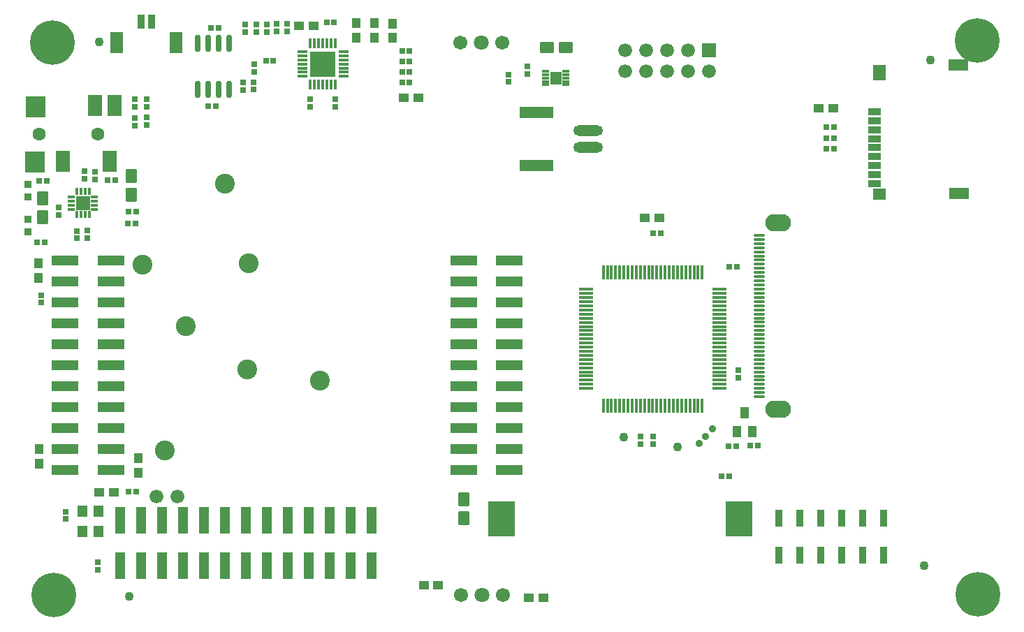
<source format=gts>
G04 Layer: TopSolderMaskLayer*
G04 EasyEDA v6.5.46, 2024-12-31 19:44:04*
G04 ebd9bc5b089479dc4edd2d51ed51331a,1acd7fc2553046b79c71bda98b4923fc,10*
G04 Gerber Generator version 0.2*
G04 Scale: 100 percent, Rotated: No, Reflected: No *
G04 Dimensions in millimeters *
G04 leading zeros omitted , absolute positions ,4 integer and 5 decimal *
%FSLAX45Y45*%
%MOMM*%

%AMMACRO1*4,1,8,-0.4711,-0.6008,-0.5008,-0.5711,-0.5008,0.571,-0.4711,0.6008,0.471,0.6008,0.5008,0.571,0.5008,-0.5711,0.471,-0.6008,-0.4711,-0.6008,0*%
%AMMACRO2*4,1,8,-0.3711,-1.0508,-0.4008,-1.0211,-0.4008,1.021,-0.3711,1.0508,0.371,1.0508,0.4008,1.021,0.4008,-1.0211,0.371,-1.0508,-0.3711,-1.0508,0*%
%AMMACRO3*4,1,8,-0.3636,-0.1508,-0.3933,-0.1211,-0.3933,0.121,-0.3636,0.1508,0.3635,0.1508,0.3933,0.121,0.3933,-0.1211,0.3635,-0.1508,-0.3636,-0.1508,0*%
%AMMACRO4*4,1,8,-0.6711,-0.7508,-0.7008,-0.7211,-0.7008,0.721,-0.6711,0.7508,0.671,0.7508,0.7008,0.721,0.7008,-0.7211,0.671,-0.7508,-0.6711,-0.7508,0*%
%AMMACRO5*4,1,8,-0.8085,-0.8382,-0.8382,-0.8085,-0.8382,0.8084,-0.8085,0.8382,0.8084,0.8382,0.8382,0.8084,0.8382,-0.8085,0.8084,-0.8382,-0.8085,-0.8382,0*%
%AMMACRO6*4,1,8,-1.5211,-1.5508,-1.5508,-1.5211,-1.5508,1.521,-1.5211,1.5508,1.521,1.5508,1.5508,1.521,1.5508,-1.5211,1.521,-1.5508,-1.5211,-1.5508,0*%
%AMMACRO7*4,1,8,-0.5211,-0.1908,-0.5508,-0.161,-0.5508,0.161,-0.5211,0.1908,0.521,0.1908,0.5508,0.161,0.5508,-0.161,0.521,-0.1908,-0.5211,-0.1908,0*%
%AMMACRO8*4,1,8,-0.161,-0.5508,-0.1908,-0.5211,-0.1908,0.521,-0.161,0.5508,0.161,0.5508,0.1908,0.521,0.1908,-0.5211,0.161,-0.5508,-0.161,-0.5508,0*%
%AMMACRO9*4,1,8,-0.3211,-0.3008,-0.3508,-0.2711,-0.3508,0.271,-0.3211,0.3008,0.321,0.3008,0.3508,0.271,0.3508,-0.2711,0.321,-0.3008,-0.3211,-0.3008,0*%
%AMMACRO10*4,1,8,-0.7711,-0.6508,-0.8008,-0.6211,-0.8008,0.621,-0.7711,0.6508,0.771,0.6508,0.8008,0.621,0.8008,-0.6211,0.771,-0.6508,-0.7711,-0.6508,0*%
%AMMACRO11*4,1,8,-0.7711,-0.4008,-0.8008,-0.3711,-0.8008,0.371,-0.7711,0.4008,0.771,0.4008,0.8008,0.371,0.8008,-0.3711,0.771,-0.4008,-0.7711,-0.4008,0*%
%AMMACRO12*4,1,8,-0.7461,-0.9258,-0.7758,-0.8961,-0.7758,0.896,-0.7461,0.9258,0.746,0.9258,0.7758,0.896,0.7758,-0.8961,0.746,-0.9258,-0.7461,-0.9258,0*%
%AMMACRO13*4,1,8,-1.1711,-0.7008,-1.2008,-0.6711,-1.2008,0.671,-1.1711,0.7008,1.171,0.7008,1.2008,0.671,1.2008,-0.6711,1.171,-0.7008,-1.1711,-0.7008,0*%
%AMMACRO14*4,1,8,-1.1711,-0.7008,-1.2008,-0.671,-1.2008,0.671,-1.1711,0.7008,1.171,0.7008,1.2008,0.671,1.2008,-0.671,1.171,-0.7008,-1.1711,-0.7008,0*%
%AMMACRO15*4,1,8,-0.8211,-0.1858,-0.8508,-0.1561,-0.8508,0.156,-0.8211,0.1858,0.821,0.1858,0.8508,0.156,0.8508,-0.1561,0.821,-0.1858,-0.8211,-0.1858,0*%
%AMMACRO16*4,1,8,-0.156,-0.8508,-0.1858,-0.8211,-0.1858,0.821,-0.156,0.8508,0.156,0.8508,0.1858,0.821,0.1858,-0.8211,0.156,-0.8508,-0.156,-0.8508,0*%
%AMMACRO17*4,1,8,-0.1561,-0.8508,-0.1858,-0.8211,-0.1858,0.821,-0.1561,0.8508,0.156,0.8508,0.1858,0.821,0.1858,-0.8211,0.156,-0.8508,-0.1561,-0.8508,0*%
%AMMACRO18*4,1,8,-0.5632,-0.6429,-0.5929,-0.6132,-0.5929,0.6131,-0.5632,0.6429,0.5631,0.6429,0.5929,0.6131,0.5929,-0.6132,0.5631,-0.6429,-0.5632,-0.6429,0*%
%AMMACRO19*4,1,8,-0.7831,-0.6508,-0.8128,-0.6211,-0.8128,0.621,-0.7831,0.6508,0.783,0.6508,0.8128,0.621,0.8128,-0.6211,0.783,-0.6508,-0.7831,-0.6508,0*%
%AMMACRO20*4,1,8,-0.2711,-0.3508,-0.3008,-0.3211,-0.3008,0.321,-0.2711,0.3508,0.271,0.3508,0.3008,0.321,0.3008,-0.3211,0.271,-0.3508,-0.2711,-0.3508,0*%
%AMMACRO21*4,1,8,-0.4783,-0.6858,-0.508,-0.6561,-0.508,0.656,-0.4783,0.6858,0.4782,0.6858,0.508,0.656,0.508,-0.6561,0.4782,-0.6858,-0.4783,-0.6858,0*%
%AMMACRO22*4,1,8,-2.021,-0.6508,-2.0508,-0.6211,-2.0508,0.621,-2.021,0.6508,2.021,0.6508,2.0508,0.621,2.0508,-0.6211,2.021,-0.6508,-2.021,-0.6508,0*%
%AMMACRO23*4,1,8,-0.7711,-1.3008,-0.8008,-1.2711,-0.8008,1.271,-0.7711,1.3008,0.771,1.3008,0.8008,1.271,0.8008,-1.2711,0.771,-1.3008,-0.7711,-1.3008,0*%
%AMMACRO24*4,1,8,-0.3711,-0.8508,-0.4008,-0.8211,-0.4008,0.821,-0.3711,0.8508,0.371,0.8508,0.4008,0.821,0.4008,-0.8211,0.371,-0.8508,-0.3711,-0.8508,0*%
%AMMACRO25*4,1,8,-0.5711,-0.5008,-0.6008,-0.4711,-0.6008,0.471,-0.5711,0.5008,0.571,0.5008,0.6008,0.471,0.6008,-0.4711,0.571,-0.5008,-0.5711,-0.5008,0*%
%AMMACRO26*4,1,8,-0.6211,-0.8128,-0.6508,-0.7831,-0.6508,0.783,-0.6211,0.8128,0.621,0.8128,0.6508,0.783,0.6508,-0.7831,0.621,-0.8128,-0.6211,-0.8128,0*%
%AMMACRO27*4,1,8,-1.1211,-1.3008,-1.1508,-1.2711,-1.1508,1.271,-1.1211,1.3008,1.121,1.3008,1.1508,1.271,1.1508,-1.2711,1.121,-1.3008,-1.1211,-1.3008,0*%
%AMMACRO28*4,1,8,-0.8211,-1.3008,-0.8508,-1.2711,-0.8508,1.271,-0.8211,1.3008,0.821,1.3008,0.8508,1.271,0.8508,-1.2711,0.821,-1.3008,-0.8211,-1.3008,0*%
%AMMACRO29*4,1,8,-0.8211,-1.3008,-0.8508,-1.271,-0.8508,1.271,-0.8211,1.3008,0.821,1.3008,0.8508,1.271,0.8508,-1.271,0.821,-1.3008,-0.8211,-1.3008,0*%
%AMMACRO30*4,1,8,-1.6211,-0.5508,-1.6508,-0.5211,-1.6508,0.521,-1.6211,0.5508,1.621,0.5508,1.6508,0.521,1.6508,-0.5211,1.621,-0.5508,-1.6211,-0.5508,0*%
%AMMACRO31*4,1,8,-1.621,-0.5508,-1.6508,-0.5211,-1.6508,0.521,-1.621,0.5508,1.621,0.5508,1.6508,0.521,1.6508,-0.5211,1.621,-0.5508,-1.621,-0.5508,0*%
%AMMACRO32*4,1,8,-0.5211,-1.6508,-0.5508,-1.6211,-0.5508,1.621,-0.5211,1.6508,0.521,1.6508,0.5508,1.621,0.5508,-1.6211,0.521,-1.6508,-0.5211,-1.6508,0*%
%AMMACRO33*4,1,8,-1.6211,-2.1508,-1.6508,-2.1211,-1.6508,2.121,-1.6211,2.1508,1.621,2.1508,1.6508,2.121,1.6508,-2.1211,1.621,-2.1508,-1.6211,-2.1508,0*%
%AMMACRO34*4,1,8,-0.3711,-0.1758,-0.4008,-0.1461,-0.4008,0.146,-0.3711,0.1758,0.371,0.1758,0.4008,0.146,0.4008,-0.1461,0.371,-0.1758,-0.3711,-0.1758,0*%
%AMMACRO35*4,1,8,-0.3711,-0.1758,-0.4008,-0.146,-0.4008,0.146,-0.3711,0.1758,0.371,0.1758,0.4008,0.146,0.4008,-0.146,0.371,-0.1758,-0.3711,-0.1758,0*%
%AMMACRO36*4,1,8,-0.1461,-0.4008,-0.1758,-0.3711,-0.1758,0.371,-0.1461,0.4008,0.146,0.4008,0.1758,0.371,0.1758,-0.3711,0.146,-0.4008,-0.1461,-0.4008,0*%
%AMMACRO37*4,1,8,-0.146,-0.4008,-0.1758,-0.3711,-0.1758,0.371,-0.146,0.4008,0.146,0.4008,0.1758,0.371,0.1758,-0.3711,0.146,-0.4008,-0.146,-0.4008,0*%
%AMMACRO38*4,1,8,-0.8211,-0.8508,-0.8508,-0.8211,-0.8508,0.821,-0.8211,0.8508,0.821,0.8508,0.8508,0.821,0.8508,-0.8211,0.821,-0.8508,-0.8211,-0.8508,0*%
%AMMACRO39*4,1,8,-0.3711,-0.4008,-0.4008,-0.3711,-0.4008,0.371,-0.3711,0.4008,0.371,0.4008,0.4008,0.371,0.4008,-0.3711,0.371,-0.4008,-0.3711,-0.4008,0*%
%ADD10C,0.9016*%
%ADD11C,1.1016*%
%ADD12C,1.8016*%
%ADD13C,1.7016*%
%ADD14C,1.6764*%
%ADD15C,2.4016*%
%ADD16MACRO1*%
%ADD17C,0.0188*%
%ADD18MACRO2*%
%ADD19MACRO3*%
%ADD20MACRO4*%
%ADD21C,1.6766*%
%ADD22MACRO5*%
%ADD23MACRO6*%
%ADD24MACRO7*%
%ADD25MACRO8*%
%ADD26MACRO9*%
%ADD27MACRO10*%
%ADD28MACRO11*%
%ADD29MACRO12*%
%ADD30MACRO13*%
%ADD31MACRO14*%
%ADD32MACRO15*%
%ADD33MACRO16*%
%ADD34MACRO17*%
%ADD35MACRO18*%
%ADD36O,0.7111999999999999X2.1336*%
%ADD37MACRO19*%
%ADD38MACRO20*%
%ADD39MACRO21*%
%ADD40O,3.6015676000000005X1.3015976000000002*%
%ADD41MACRO22*%
%ADD42MACRO23*%
%ADD43MACRO24*%
%ADD44MACRO25*%
%ADD45MACRO26*%
%ADD46MACRO27*%
%ADD47MACRO28*%
%ADD48MACRO29*%
%ADD49C,1.6016*%
%ADD50MACRO30*%
%ADD51MACRO31*%
%ADD52MACRO32*%
%ADD53O,1.3516102X0.40159940000000005*%
%ADD54O,3.1015939999999995X2.101596*%
%ADD55C,5.4016*%
%ADD56MACRO33*%
%ADD57MACRO34*%
%ADD58MACRO35*%
%ADD59MACRO36*%
%ADD60MACRO37*%
%ADD61MACRO38*%
%ADD62MACRO39*%

%LPD*%
D10*
G01*
X7879433Y2227910D03*
G01*
X7956420Y2308910D03*
G01*
X8039427Y2398903D03*
D11*
G01*
X972538Y372922D03*
G01*
X603171Y7093965D03*
G01*
X10676176Y6876795D03*
G01*
X10604522Y740841D03*
G01*
X6964804Y2299792D03*
G01*
X7614790Y2183104D03*
D12*
G01*
X5240169Y7085964D03*
D13*
G01*
X5494169Y7085964D03*
G01*
X4986169Y7085964D03*
D14*
G01*
X1303195Y1578787D03*
G01*
X1557195Y1578787D03*
D12*
G01*
X5242125Y391795D03*
D13*
G01*
X5496125Y391795D03*
G01*
X4988125Y391795D03*
D15*
G01*
X1129078Y4394733D03*
G01*
X2126104Y5373370D03*
G01*
X2420236Y4413122D03*
G01*
X1404846Y2143302D03*
G01*
X1654451Y3647312D03*
G01*
X2401872Y3121939D03*
G01*
X3276546Y2985465D03*
D16*
G01*
X3724070Y7318959D03*
G01*
X3724070Y7142962D03*
D18*
G01*
X10112170Y1322958D03*
G01*
X10112170Y872972D03*
G01*
X9858170Y1322958D03*
G01*
X9858170Y872972D03*
G01*
X9604170Y1322958D03*
G01*
X9604170Y872972D03*
G01*
X9350170Y1322958D03*
G01*
X9350170Y872972D03*
G01*
X9096170Y1322958D03*
G01*
X9096170Y872972D03*
G01*
X8842170Y1322958D03*
G01*
X8842170Y872972D03*
D19*
G01*
X6261173Y6574891D03*
G01*
X6261173Y6614896D03*
G01*
X6261173Y6654901D03*
G01*
X6261173Y6694906D03*
G01*
X6261173Y6734911D03*
G01*
X6017689Y6734911D03*
G01*
X6017689Y6694906D03*
G01*
X6017689Y6654901D03*
G01*
X6017689Y6614896D03*
G01*
X6017689Y6574891D03*
D20*
G01*
X6139432Y6654901D03*
D21*
G01*
X6982152Y6992950D03*
G01*
X6982152Y6738950D03*
G01*
X7744152Y6992950D03*
D14*
G01*
X7998152Y6738950D03*
G01*
X7744152Y6738950D03*
G01*
X7490152Y6738950D03*
D22*
G01*
X7998152Y6992950D03*
D14*
G01*
X7490152Y6992950D03*
G01*
X7236152Y6738950D03*
G01*
X7236152Y6992950D03*
D23*
G01*
X3315637Y6825970D03*
D24*
G01*
X3065625Y6675958D03*
G01*
X3065625Y6725970D03*
G01*
X3065625Y6775958D03*
G01*
X3065625Y6975956D03*
G01*
X3065625Y6925969D03*
G01*
X3065625Y6875956D03*
G01*
X3065625Y6825970D03*
G01*
X3565624Y6675958D03*
G01*
X3565624Y6725970D03*
G01*
X3565624Y6775958D03*
G01*
X3565624Y6975956D03*
G01*
X3565624Y6925969D03*
G01*
X3565624Y6875956D03*
G01*
X3565624Y6825970D03*
D25*
G01*
X3165626Y7075957D03*
G01*
X3215637Y7075957D03*
G01*
X3265625Y7075957D03*
G01*
X3465624Y7075957D03*
G01*
X3415638Y7075957D03*
G01*
X3365624Y7075957D03*
G01*
X3315638Y7075957D03*
G01*
X3165626Y6575958D03*
G01*
X3215637Y6575958D03*
G01*
X3265625Y6575958D03*
G01*
X3465624Y6575958D03*
G01*
X3415638Y6575958D03*
G01*
X3365624Y6575958D03*
G01*
X3315638Y6575958D03*
D26*
G01*
X116558Y5085943D03*
G01*
X116558Y4994503D03*
D27*
G01*
X10060937Y5250814D03*
D28*
G01*
X9999977Y5920738D03*
G01*
X9999977Y5810883D03*
G01*
X9999977Y5701028D03*
G01*
X9999977Y5591173D03*
G01*
X9999977Y5481319D03*
G01*
X9999977Y5371463D03*
G01*
X9999977Y6250303D03*
G01*
X9999977Y6140448D03*
G01*
X9999977Y6030594D03*
D29*
G01*
X10058398Y6720205D03*
D30*
G01*
X11018518Y6810373D03*
D31*
G01*
X11023598Y5252085D03*
D32*
G01*
X6503794Y3342817D03*
G01*
X6503794Y3392830D03*
G01*
X6503794Y3442817D03*
G01*
X6503794Y3492830D03*
G01*
X6503794Y3542817D03*
G01*
X6503794Y3592830D03*
G01*
X6503794Y3642817D03*
G01*
X6503794Y3692829D03*
G01*
X6503794Y3742817D03*
G01*
X6503794Y3792829D03*
G01*
X6503794Y3842816D03*
G01*
X6503794Y3892829D03*
G01*
X6503794Y3942816D03*
G01*
X6503794Y3992829D03*
G01*
X6503794Y4042816D03*
G01*
X6503794Y4092829D03*
D33*
G01*
X7514791Y4301820D03*
G01*
X7464804Y4301820D03*
G01*
X7414792Y4301820D03*
D34*
G01*
X7364803Y4301820D03*
G01*
X7314791Y4301820D03*
G01*
X7264803Y4301820D03*
G01*
X7214791Y4301820D03*
G01*
X7164804Y4301820D03*
G01*
X7114791Y4301820D03*
G01*
X7064804Y4301820D03*
G01*
X7014791Y4301820D03*
G01*
X6964804Y4301820D03*
G01*
X6914791Y4301820D03*
D33*
G01*
X6864805Y4301820D03*
G01*
X6814793Y4301820D03*
G01*
X6764806Y4301820D03*
G01*
X6714793Y2682824D03*
G01*
X6764806Y2682824D03*
G01*
X6814793Y2682824D03*
G01*
X6864805Y2682824D03*
D34*
G01*
X6914791Y2682824D03*
G01*
X6964804Y2682824D03*
G01*
X7014791Y2682824D03*
G01*
X7064804Y2682824D03*
G01*
X7114791Y2682824D03*
G01*
X7164804Y2682824D03*
G01*
X7214791Y2682824D03*
G01*
X7264803Y2682824D03*
G01*
X7314791Y2682824D03*
G01*
X7364803Y2682824D03*
D33*
G01*
X7414792Y2682824D03*
G01*
X7464804Y2682824D03*
D32*
G01*
X6503794Y2892831D03*
D33*
G01*
X7564804Y4301820D03*
G01*
X7614791Y4301820D03*
G01*
X7664804Y4301820D03*
G01*
X7714791Y4301820D03*
G01*
X7764804Y4301820D03*
D34*
G01*
X7814790Y4301820D03*
G01*
X7864802Y4301820D03*
G01*
X7914789Y4301820D03*
D33*
G01*
X6714793Y4301820D03*
D32*
G01*
X6503794Y2942818D03*
G01*
X6503794Y2992831D03*
G01*
X6503794Y3042818D03*
G01*
X6503794Y3092831D03*
G01*
X6503794Y3142818D03*
G01*
X6503794Y3192830D03*
G01*
X6503794Y3242818D03*
G01*
X6503794Y3292830D03*
D34*
G01*
X7864802Y2682824D03*
G01*
X7814790Y2682824D03*
D33*
G01*
X7764804Y2682824D03*
G01*
X7714791Y2682824D03*
G01*
X7664804Y2682824D03*
G01*
X7614791Y2682824D03*
G01*
X7564804Y2682824D03*
G01*
X7514791Y2682824D03*
D34*
G01*
X7914789Y2682824D03*
D32*
G01*
X8124797Y3142818D03*
G01*
X8124797Y3092831D03*
G01*
X8124797Y3042818D03*
G01*
X8124797Y2992831D03*
G01*
X8124797Y2942818D03*
G01*
X8124797Y2892831D03*
G01*
X8124797Y3192830D03*
G01*
X8124797Y3492830D03*
G01*
X8124797Y3442817D03*
G01*
X8124797Y3392830D03*
G01*
X8124797Y3342817D03*
G01*
X8124797Y3292830D03*
G01*
X8124797Y3242818D03*
G01*
X8124797Y3542817D03*
G01*
X8124797Y3842816D03*
G01*
X8124797Y3792829D03*
G01*
X8124797Y3742817D03*
G01*
X8124797Y3692829D03*
G01*
X8124797Y3642817D03*
G01*
X8124797Y3592830D03*
G01*
X8124797Y3892829D03*
G01*
X8124797Y4092829D03*
G01*
X8124797Y4042816D03*
G01*
X8124797Y3992829D03*
G01*
X8124797Y3942816D03*
D26*
G01*
X5791451Y6796633D03*
G01*
X5791451Y6705193D03*
D35*
G01*
X403528Y1401064D03*
G01*
X592757Y1158493D03*
G01*
X592757Y1401064D03*
G01*
X403528Y1158493D03*
D36*
G01*
X1795675Y6514566D03*
G01*
X1922675Y7073366D03*
G01*
X1795675Y7073366D03*
G01*
X2176675Y7073366D03*
G01*
X2176675Y6514566D03*
G01*
X1922675Y6514566D03*
G01*
X2049675Y6514566D03*
G01*
X2049675Y7073366D03*
D37*
G01*
X6034427Y7024903D03*
G01*
X6263027Y7024903D03*
D26*
G01*
X556435Y5517642D03*
G01*
X556409Y5426201D03*
G01*
X429435Y5432196D03*
G01*
X429435Y5523636D03*
G01*
X2758158Y7218248D03*
G01*
X2758158Y7309688D03*
D38*
G01*
X9419791Y5795949D03*
G01*
X9511230Y5795949D03*
G01*
X9510240Y5923965D03*
G01*
X9418800Y5923965D03*
G01*
X2716883Y6864959D03*
G01*
X2625443Y6864959D03*
D26*
G01*
X3164151Y6396685D03*
G01*
X3164151Y6305245D03*
D38*
G01*
X4275452Y6984949D03*
G01*
X4366893Y6984949D03*
G01*
X4366893Y6730949D03*
G01*
X4275452Y6730949D03*
G01*
X4367883Y6602958D03*
G01*
X4276443Y6602958D03*
D26*
G01*
X1036419Y6399631D03*
G01*
X1036419Y6308191D03*
G01*
X1036419Y6079185D03*
G01*
X1036419Y6170625D03*
G01*
X2634155Y7305675D03*
G01*
X2634155Y7214235D03*
G01*
X2378174Y7304684D03*
G01*
X2378174Y7213244D03*
G01*
X2478173Y6514236D03*
G01*
X2478173Y6605676D03*
G01*
X2353155Y6512229D03*
G01*
X2353155Y6603669D03*
D38*
G01*
X4275452Y6856958D03*
G01*
X4366893Y6856958D03*
G01*
X8331248Y4370857D03*
G01*
X8239809Y4370857D03*
D26*
G01*
X8356292Y3113049D03*
G01*
X8356292Y3021609D03*
D38*
G01*
X8499574Y2197328D03*
G01*
X8591015Y2197328D03*
G01*
X8324009Y2191334D03*
G01*
X8232570Y2191334D03*
D26*
G01*
X196136Y1307058D03*
G01*
X196136Y1398498D03*
D16*
G01*
X1075535Y1872842D03*
G01*
X1075535Y2048840D03*
D26*
G01*
X590141Y787501D03*
G01*
X590141Y696061D03*
G01*
X-93830Y3932250D03*
G01*
X-93830Y4023690D03*
D39*
G01*
X8331299Y2372334D03*
G01*
X8427819Y2595524D03*
G01*
X8521799Y2372334D03*
D40*
G01*
X6535163Y6014846D03*
D41*
G01*
X5905168Y5594857D03*
G01*
X5905168Y6234836D03*
D40*
G01*
X6535163Y5814847D03*
D42*
G01*
X1536165Y7085963D03*
G01*
X816175Y7085963D03*
D43*
G01*
X1239669Y7335951D03*
G01*
X1112669Y7335951D03*
D16*
G01*
X-124462Y1978837D03*
G01*
X-124462Y2154833D03*
D44*
G01*
X7396529Y4961837D03*
G01*
X7220532Y4961837D03*
D26*
G01*
X7169122Y2308504D03*
G01*
X7169122Y2217064D03*
D38*
G01*
X8242882Y1828952D03*
G01*
X8151441Y1828952D03*
G01*
X7319820Y4769840D03*
G01*
X7411261Y4769840D03*
D44*
G01*
X4295162Y6417969D03*
G01*
X4471159Y6417969D03*
D45*
G01*
X5027165Y1548968D03*
G01*
X5027165Y1320368D03*
D26*
G01*
X3467173Y6304229D03*
G01*
X3467173Y6395669D03*
D45*
G01*
X995423Y5468518D03*
G01*
X995423Y5239918D03*
G01*
X-81434Y4966639D03*
G01*
X-81434Y5195239D03*
D44*
G01*
X9329494Y6286778D03*
G01*
X9505491Y6286778D03*
D38*
G01*
X9508208Y6061786D03*
G01*
X9416768Y6061786D03*
D26*
G01*
X2885158Y7309688D03*
G01*
X2885158Y7218248D03*
D44*
G01*
X3030167Y7290967D03*
G01*
X3206164Y7290967D03*
D38*
G01*
X3361712Y7332903D03*
G01*
X3453154Y7332903D03*
D16*
G01*
X3939970Y7318959D03*
G01*
X3939970Y7142962D03*
G01*
X4157266Y7316952D03*
G01*
X4157266Y7140954D03*
D26*
G01*
X1180411Y6395643D03*
G01*
X1180411Y6304203D03*
G01*
X1181427Y6084189D03*
G01*
X1181427Y6175629D03*
G01*
X2506164Y7213244D03*
G01*
X2506164Y7304684D03*
G01*
X2482161Y6731228D03*
G01*
X2482161Y6822668D03*
D38*
G01*
X2014879Y6310960D03*
G01*
X1923437Y6310960D03*
G01*
X2049879Y7259954D03*
G01*
X1958440Y7259954D03*
G01*
X960422Y1637792D03*
G01*
X1051863Y1637792D03*
D44*
G01*
X779143Y1634794D03*
G01*
X603147Y1634794D03*
D46*
G01*
X-173205Y5634353D03*
G01*
X-164315Y6303644D03*
D47*
G01*
X167154Y5641974D03*
G01*
X558314Y6320153D03*
D48*
G01*
X734844Y5641975D03*
D47*
G01*
X788184Y6320153D03*
D49*
G01*
X-123675Y5972175D03*
G01*
X587524Y5972175D03*
D50*
G01*
X193824Y1901824D03*
G01*
X746274Y1901824D03*
G01*
X193824Y2155698D03*
G01*
X746274Y2155698D03*
G01*
X193824Y2409571D03*
G01*
X746274Y2409571D03*
G01*
X193824Y2663443D03*
G01*
X746274Y2663443D03*
G01*
X193824Y2917316D03*
G01*
X746274Y2917316D03*
G01*
X193824Y3171190D03*
G01*
X193824Y3425063D03*
G01*
X193824Y3932808D03*
G01*
X193824Y3678935D03*
G01*
X193824Y4186682D03*
G01*
X193824Y4440555D03*
G01*
X746274Y3171190D03*
G01*
X746274Y3425063D03*
G01*
X746274Y3678935D03*
D51*
G01*
X746276Y3932808D03*
D50*
G01*
X746274Y4186682D03*
G01*
X746274Y4440555D03*
D52*
G01*
X3908574Y1292225D03*
G01*
X3908574Y739775D03*
G01*
X3654701Y739775D03*
G01*
X3654701Y1292225D03*
G01*
X3396764Y739775D03*
G01*
X3142891Y739775D03*
G01*
X2889018Y739775D03*
G01*
X2635145Y739775D03*
G01*
X2381272Y739775D03*
G01*
X2127399Y739775D03*
G01*
X3396764Y1292225D03*
G01*
X3142891Y1292225D03*
G01*
X2635145Y1292225D03*
G01*
X2889018Y1292225D03*
G01*
X2381272Y1292225D03*
G01*
X2127399Y1292225D03*
G01*
X1873526Y739775D03*
G01*
X1873526Y1292225D03*
G01*
X1619653Y739775D03*
G01*
X1619653Y1292225D03*
G01*
X1365780Y739775D03*
G01*
X1365780Y1292225D03*
G01*
X1111907Y739775D03*
G01*
X1111907Y1292225D03*
G01*
X858034Y739775D03*
G01*
X858034Y1292225D03*
D50*
G01*
X5026174Y1904365D03*
G01*
X5578624Y1904365D03*
G01*
X5026174Y2158238D03*
G01*
X5578624Y2158238D03*
G01*
X5026174Y2412110D03*
G01*
X5578624Y2412110D03*
G01*
X5026174Y2665983D03*
G01*
X5578624Y2665983D03*
D51*
G01*
X5026176Y2919857D03*
D50*
G01*
X5578624Y2919857D03*
G01*
X5026174Y3173730D03*
G01*
X5026174Y3427602D03*
G01*
X5026174Y3935349D03*
G01*
X5026174Y3681475D03*
G01*
X5026174Y4189222D03*
G01*
X5026174Y4443094D03*
G01*
X5578624Y3173730D03*
G01*
X5578624Y3427602D03*
G01*
X5578624Y3681475D03*
G01*
X5578624Y3935349D03*
G01*
X5578624Y4189222D03*
G01*
X5578624Y4443094D03*
D53*
G01*
X8603764Y2790825D03*
G01*
X8603764Y2841040D03*
G01*
X8603764Y2891256D03*
G01*
X8603764Y2941472D03*
G01*
X8603764Y2991688D03*
G01*
X8603764Y3041878D03*
G01*
X8603764Y3092094D03*
G01*
X8603764Y3142310D03*
G01*
X8603764Y3192526D03*
G01*
X8603764Y3242741D03*
G01*
X8603764Y3292957D03*
G01*
X8603764Y3343173D03*
G01*
X8603764Y3393389D03*
G01*
X8603764Y3443604D03*
G01*
X8603764Y3493820D03*
G01*
X8603764Y3544036D03*
G01*
X8603764Y3594252D03*
G01*
X8603764Y3644468D03*
G01*
X8603764Y3694658D03*
G01*
X8603764Y3744874D03*
G01*
X8603764Y3795090D03*
G01*
X8603764Y3845305D03*
G01*
X8603764Y3895521D03*
G01*
X8603764Y3945737D03*
G01*
X8603764Y3995953D03*
G01*
X8603764Y4046169D03*
G01*
X8603764Y4096385D03*
G01*
X8603764Y4146600D03*
G01*
X8603764Y4196816D03*
G01*
X8603764Y4247032D03*
G01*
X8603764Y4297248D03*
G01*
X8603764Y4347438D03*
G01*
X8603764Y4397654D03*
G01*
X8603764Y4447870D03*
G01*
X8603764Y4498086D03*
G01*
X8603764Y4548301D03*
G01*
X8603764Y4598517D03*
G01*
X8603764Y4648733D03*
G01*
X8603764Y4698949D03*
G01*
X8603764Y4749164D03*
D54*
G01*
X8831094Y4902835D03*
G01*
X8837444Y2639695D03*
D55*
G01*
X54124Y391795D03*
G01*
X11252984Y398145D03*
G01*
X11249174Y7108825D03*
G01*
X40154Y7085964D03*
D26*
G01*
X7315121Y2215057D03*
G01*
X7315146Y2306497D03*
D44*
G01*
X4538419Y505917D03*
G01*
X4714416Y505917D03*
G01*
X5986143Y357783D03*
G01*
X5810147Y357783D03*
D56*
G01*
X8362134Y1314780D03*
G01*
X5482130Y1314780D03*
D57*
G01*
X547419Y5064912D03*
D58*
G01*
X547419Y5114924D03*
D57*
G01*
X547419Y5164912D03*
G01*
X547419Y5214924D03*
D59*
G01*
X482419Y5279922D03*
G01*
X432432Y5279922D03*
G01*
X382419Y5279922D03*
D60*
G01*
X332432Y5279922D03*
D57*
G01*
X267434Y5214924D03*
G01*
X267434Y5164912D03*
D58*
G01*
X267434Y5114924D03*
D57*
G01*
X267434Y5064912D03*
D60*
G01*
X332432Y4999912D03*
D59*
G01*
X382419Y4999912D03*
G01*
X432432Y4999912D03*
G01*
X482419Y4999912D03*
D61*
G01*
X407413Y5139918D03*
D38*
G01*
X1054148Y5032908D03*
G01*
X962709Y5032908D03*
D26*
G01*
X331416Y4802631D03*
G01*
X331416Y4711192D03*
D38*
G01*
X-149151Y4667224D03*
G01*
X-57710Y4667224D03*
G01*
X1046147Y4894910D03*
G01*
X954707Y4894910D03*
G01*
X799132Y5417921D03*
G01*
X707693Y5417921D03*
G01*
X-32868Y5411901D03*
G01*
X-124310Y5411901D03*
D16*
G01*
X-127561Y4233899D03*
G01*
X-127561Y4409922D03*
D26*
G01*
X458416Y4803622D03*
G01*
X458416Y4712182D03*
G01*
X5562419Y6699630D03*
G01*
X5562419Y6608190D03*
D62*
G01*
X-261443Y5368237D03*
G01*
X-261443Y5214567D03*
G01*
X-261443Y4789220D03*
G01*
X-261443Y4942889D03*
M02*

</source>
